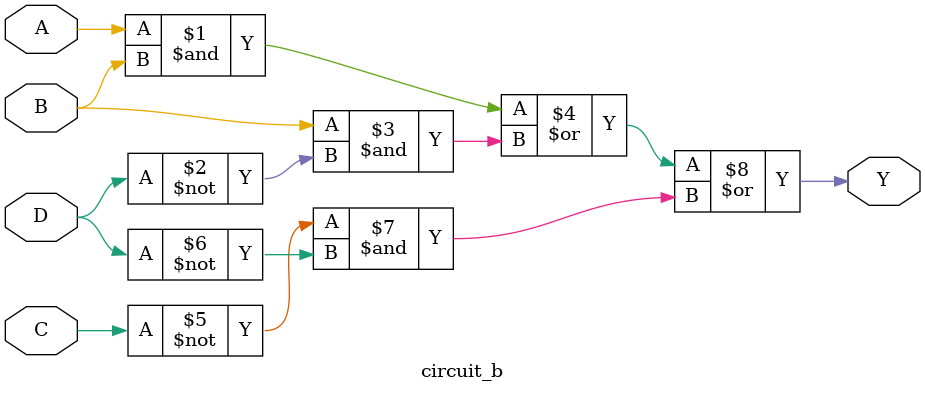
<source format=v>
module circuit_b(
    // Declare inputs
    input A,B,C,D,
    // Declare Y output
    output Y
);

    // Enter logic equation here
    assign Y = (A & B) | (B & ~D) | (~C & ~D);

endmodule

</source>
